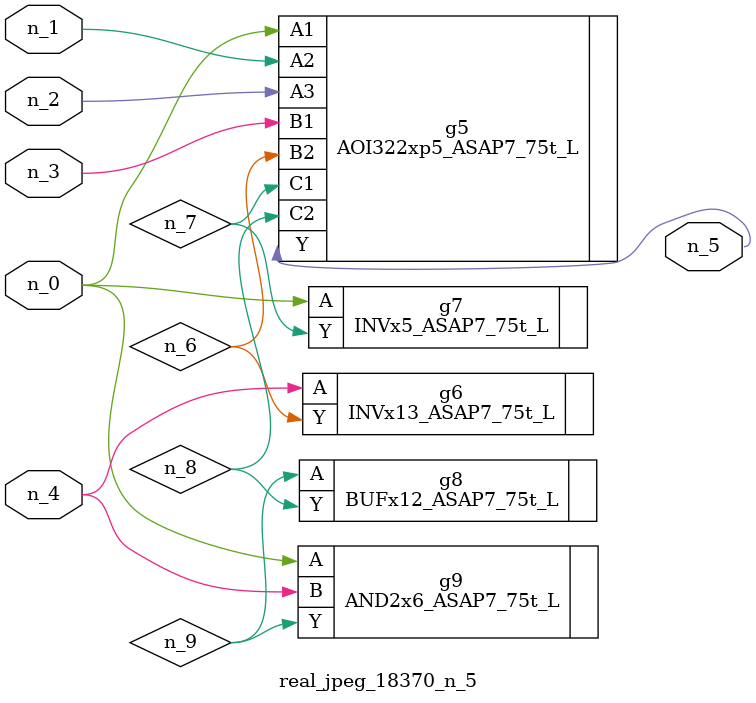
<source format=v>
module real_jpeg_18370_n_5 (n_4, n_0, n_1, n_2, n_3, n_5);

input n_4;
input n_0;
input n_1;
input n_2;
input n_3;

output n_5;

wire n_8;
wire n_6;
wire n_7;
wire n_9;

AOI322xp5_ASAP7_75t_L g5 ( 
.A1(n_0),
.A2(n_1),
.A3(n_2),
.B1(n_3),
.B2(n_6),
.C1(n_7),
.C2(n_8),
.Y(n_5)
);

INVx5_ASAP7_75t_L g7 ( 
.A(n_0),
.Y(n_7)
);

AND2x6_ASAP7_75t_L g9 ( 
.A(n_0),
.B(n_4),
.Y(n_9)
);

INVx13_ASAP7_75t_L g6 ( 
.A(n_4),
.Y(n_6)
);

BUFx12_ASAP7_75t_L g8 ( 
.A(n_9),
.Y(n_8)
);


endmodule
</source>
